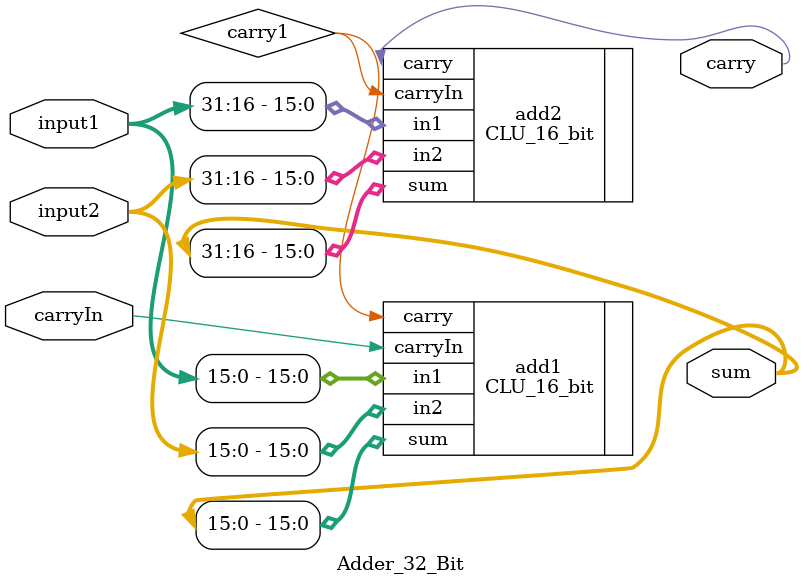
<source format=v>
`timescale 1ns / 1ps
module Adder_32_Bit(sum, carry, input1, input2, carryIn);
	output[31:0] sum;
	output carry;
	
	input[31:0] input1, input2;
	input carryIn;
	wire carry1;
	CLU_16_bit add1(.sum(sum[15:0]), .carry(carry1), .in1(input1[15:0]), .in2(input2[15:0]), .carryIn(carryIn));
	CLU_16_bit add2(.sum(sum[31:16]), .carry(carry), .in1(input1[31:16]), .in2(input2[31:16]), .carryIn(carry1));


endmodule

</source>
